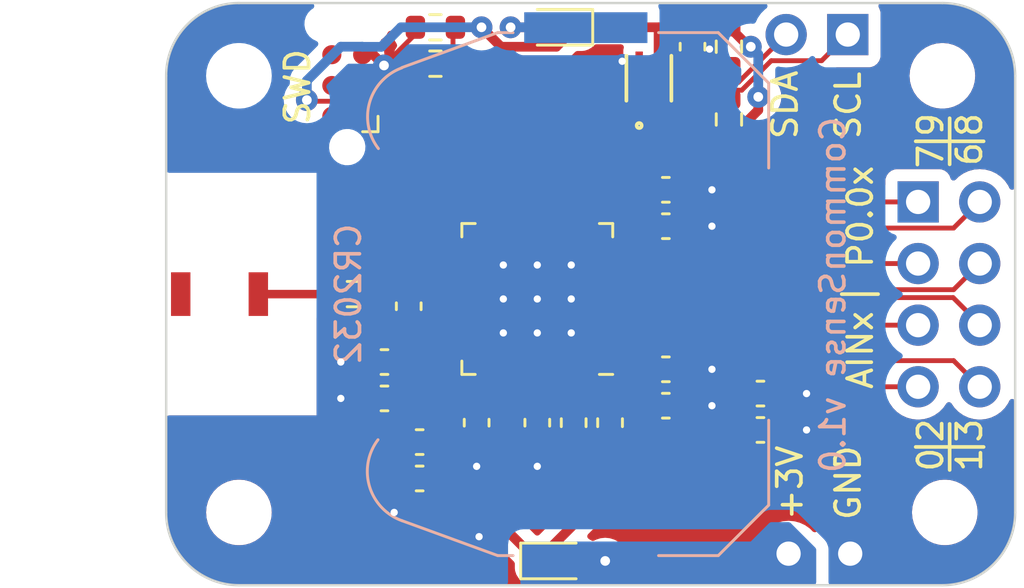
<source format=kicad_pcb>
(kicad_pcb (version 20221018) (generator pcbnew)
  (layers (0 "F.Cu" signal) (31 "B.Cu" signal) (34 "B.Paste" user) (35 "F.Paste" user) (36 "B.SilkS" user "B.Silkscreen") (37 "F.SilkS" user "F.Silkscreen") (38 "B.Mask" user) (39 "F.Mask" user) (44 "Edge.Cuts" user))
  (net 0 "")
  (net 1 "/RF")
  (net 2 "GND")
  (net 3 "/XL1")
  (net 4 "/XL2")
  (net 5 "/DEC1")
  (net 6 "/DEC4")
  (net 7 "/DEC3")
  (net 8 "/DEC2")
  (net 9 "/XC1")
  (net 10 "/XC2")
  (net 11 "/ANT")
  (net 12 "/LED_RES")
  (net 13 "/STATUS_LED")
  (net 14 "/P0.09")
  (net 15 "/P0.08")
  (net 16 "/P0.07")
  (net 17 "/P0.06")
  (net 18 "/AIN3")
  (net 19 "/AIN2")
  (net 20 "/AIN1")
  (net 21 "/AIN0")
  (net 32 "/SWDCLK")
  (net 33 "/SWDIO")
  (net 43 "/SDA")
  (net 44 "/SCL")
  (net 46 "/NRESET")
  (net 47 "/DCC")
  (net 48 "/L_MID")
  (net 49 "+BATT")
  (net 50 "+3V0")
  (footprint "Diode_SMD:D_0603_1608Metric" (layer "F.Cu") (at 152.1 57 180)
    (fp_text reference "D3" hide)
    (fp_text value "CDBU0130L-HF " hide)
    (fp_line (start -1.485 -0.735) (end -1.485 0.735) (stroke (width 0.12)) (layer "F.SilkS"))
    (fp_line (start -1.485 0.735) (end 0.8 0.735) (stroke (width 0.12)) (layer "F.SilkS"))
    (fp_line (start 0.8 -0.735) (end -1.485 -0.735) (stroke (width 0.12)) (layer "F.SilkS"))
    (pad "1" smd roundrect (at -0.7875 0 180) (size 0.875 0.95) (layers "F.Cu" "F.Paste" "F.Mask") (net 50 "+3V0"))
    (pad "2" smd roundrect (at 0.7875 0 180) (size 0.875 0.95) (layers "F.Cu" "F.Paste" "F.Mask") (net 49 "+BATT"))
  )
  (footprint "Connector_PinHeader_2.54mm:PinHeader_1x02_P2.54mm_Vertical" (layer "F.Cu") (at 164.2 78.7 -90)
    (fp_text reference "J2" hide)
    (fp_text value "Conn_01x02" hide)
    (pad "1" thru_hole rect locked (at 0 0 270) (size 1.7 1.7) (drill 1) (layers "*.Cu" "*.Mask") (net 2 "GND"))
    (pad "2" thru_hole oval locked (at 0 2.54 270) (size 1.7 1.7) (drill 1) (layers "*.Cu" "*.Mask") (net 49 "+BATT"))
  )
  (footprint "Capacitor_SMD:C_0603_1608Metric" (layer "F.Cu") (at 156.6 63.7 180)
    (fp_text reference "C14" hide)
    (fp_text value "1u" hide)
    (fp_line (start -0.14058 -0.51) (end 0.14058 -0.51) (stroke (width 0.12)) (layer "F.SilkS"))
    (fp_line (start -0.14058 0.51) (end 0.14058 0.51) (stroke (width 0.12)) (layer "F.SilkS"))
    (pad "1" smd roundrect (at -0.775 0 180) (size 0.9 0.95) (layers "F.Cu" "F.Paste" "F.Mask") (net 2 "GND"))
    (pad "2" smd roundrect (at 0.775 0 180) (size 0.9 0.95) (layers "F.Cu" "F.Paste" "F.Mask") (net 50 "+3V0"))
  )
  (footprint "Capacitor_SMD:C_0603_1608Metric" (layer "F.Cu") (at 145 70.8 180)
    (fp_text reference "C9" hide)
    (fp_text value "N.C." hide)
    (fp_line (start -0.14058 -0.51) (end 0.14058 -0.51) (stroke (width 0.12)) (layer "F.SilkS"))
    (fp_line (start -0.14058 0.51) (end 0.14058 0.51) (stroke (width 0.12)) (layer "F.SilkS"))
    (pad "1" smd roundrect (at -0.775 0 180) (size 0.9 0.95) (layers "F.Cu" "F.Paste" "F.Mask") (net 8 "/DEC2"))
    (pad "2" smd roundrect (at 0.775 0 180) (size 0.9 0.95) (layers "F.Cu" "F.Paste" "F.Mask") (net 2 "GND"))
  )
  (footprint "Capacitor_SMD:C_0603_1608Metric" (layer "F.Cu") (at 156.6 71.1 180)
    (fp_text reference "C3" hide)
    (fp_text value "100n" hide)
    (fp_line (start -0.14058 -0.51) (end 0.14058 -0.51) (stroke (width 0.12)) (layer "F.SilkS"))
    (fp_line (start -0.14058 0.51) (end 0.14058 0.51) (stroke (width 0.12)) (layer "F.SilkS"))
    (pad "1" smd roundrect (at -0.775 0 180) (size 0.9 0.95) (layers "F.Cu" "F.Paste" "F.Mask") (net 2 "GND"))
    (pad "2" smd roundrect (at 0.775 0 180) (size 0.9 0.95) (layers "F.Cu" "F.Paste" "F.Mask") (net 5 "/DEC1"))
  )
  (footprint "Diode_SMD:D_0603_1608Metric" (layer "F.Cu") (at 152.1 79)
    (fp_text reference "D2" hide)
    (fp_text value "CDBU0130L-HF " hide)
    (fp_line (start -1.485 -0.735) (end -1.485 0.735) (stroke (width 0.12)) (layer "F.SilkS"))
    (fp_line (start -1.485 0.735) (end 0.8 0.735) (stroke (width 0.12)) (layer "F.SilkS"))
    (fp_line (start 0.8 -0.735) (end -1.485 -0.735) (stroke (width 0.12)) (layer "F.SilkS"))
    (pad "1" smd roundrect (at -0.7875 0) (size 0.875 0.95) (layers "F.Cu" "F.Paste" "F.Mask") (net 50 "+3V0"))
    (pad "2" smd roundrect (at 0.7875 0) (size 0.875 0.95) (layers "F.Cu" "F.Paste" "F.Mask") (net 49 "+BATT"))
  )
  (footprint "MountingHole:MountingHole_2.2mm_M2" (layer "F.Cu") (at 168.1 77)
    (fp_text reference "H4" hide)
    (fp_text value "MountingHole" hide)
    (pad "" np_thru_hole circle locked (at 0 0) (size 2.2 2.2) (drill 2.2) (layers "*.Cu" "*.Mask"))
  )
  (footprint "Inductor_SMD:L_0603_1608Metric" (layer "F.Cu") (at 154.3 73.3 90)
    (fp_text reference "L3" hide)
    (fp_text value "10uH" hide)
    (fp_line (start -0.162779 -0.51) (end 0.162779 -0.51) (stroke (width 0.12)) (layer "F.SilkS"))
    (fp_line (start -0.162779 0.51) (end 0.162779 0.51) (stroke (width 0.12)) (layer "F.SilkS"))
    (pad "1" smd roundrect (at -0.7875 0 90) (size 0.875 0.95) (layers "F.Cu" "F.Paste" "F.Mask") (net 48 "/L_MID"))
    (pad "2" smd roundrect (at 0.7875 0 90) (size 0.875 0.95) (layers "F.Cu" "F.Paste" "F.Mask") (net 47 "/DCC"))
  )
  (footprint "MountingHole:MountingHole_2.2mm_M2" (layer "F.Cu") (at 139 77)
    (fp_text reference "H1" hide)
    (fp_text value "MountingHole" hide)
    (pad "" np_thru_hole circle locked (at 0 0) (size 2.2 2.2) (drill 2.2) (layers "*.Cu" "*.Mask"))
  )
  (footprint "Connector_PinHeader_2.54mm:PinHeader_2x04_P2.54mm_Vertical" (layer "F.Cu") (at 167 64.2)
    (fp_text reference "J1" hide)
    (fp_text value "Conn_02x04_Counter_Clockwise" hide)
    (pad "1" thru_hole rect locked (at 0 0) (size 1.7 1.7) (drill 1) (layers "*.Cu" "*.Mask") (net 14 "/P0.09"))
    (pad "2" thru_hole oval locked (at 2.54 0) (size 1.7 1.7) (drill 1) (layers "*.Cu" "*.Mask") (net 15 "/P0.08"))
    (pad "3" thru_hole oval locked (at 0 2.54) (size 1.7 1.7) (drill 1) (layers "*.Cu" "*.Mask") (net 16 "/P0.07"))
    (pad "4" thru_hole oval locked (at 2.54 2.54) (size 1.7 1.7) (drill 1) (layers "*.Cu" "*.Mask") (net 17 "/P0.06"))
    (pad "5" thru_hole oval locked (at 0 5.08) (size 1.7 1.7) (drill 1) (layers "*.Cu" "*.Mask") (net 19 "/AIN2"))
    (pad "6" thru_hole oval locked (at 2.54 5.08) (size 1.7 1.7) (drill 1) (layers "*.Cu" "*.Mask") (net 18 "/AIN3"))
    (pad "7" thru_hole oval locked (at 0 7.62) (size 1.7 1.7) (drill 1) (layers "*.Cu" "*.Mask") (net 21 "/AIN0"))
    (pad "8" thru_hole oval locked (at 2.54 7.62) (size 1.7 1.7) (drill 1) (layers "*.Cu" "*.Mask") (net 20 "/AIN1"))
  )
  (footprint "encyclopedia_galactica:ECS-.327-12.5-12R-TR" (layer "F.Cu") (at 159.776228 75.227211 180)
    (fp_text reference "Y1" hide)
    (fp_text value " ECS-.327-12.5-12R-TR " hide)
    (pad "1" smd rect (at -0.7 0 180) (size 0.6 1.1) (layers "F.Cu" "F.Paste" "F.Mask") (net 4 "/XL2"))
    (pad "2" smd rect (at 0.7 0 180) (size 0.6 1.1) (layers "F.Cu" "F.Paste" "F.Mask") (net 3 "/XL1"))
  )
  (footprint "encyclopedia_galactica:2108838-1" (layer "F.Cu") (at 135.7 68)
    (fp_text reference "2108838-1" hide)
    (fp_text value "~" hide)
    (pad "1" smd rect (at 4.1 0) (size 0.8 1.8) (layers "F.Cu" "F.Paste" "F.Mask") (net 1 "/RF"))
    (pad "2" smd rect (at 0.9 0) (size 0.8 1.8) (layers "F.Cu" "F.Paste" "F.Mask"))
    (zone (net 0) (net_name "") (layers "*.Cu") (connect_pads (clearance 0)) (min_thickness 0.25)
      (keepout (tracks allowed) (vias not_allowed) (pads allowed) (copperpour not_allowed) (footprints not_allowed))
      (fill (thermal_gap 0.5) (thermal_bridge_width 0.5))
      (polygon (pts (xy 129.2 63) (xy 129.2 73) (xy 142.2 73) (xy 142.2 63)))
    )
  )
  (footprint "MountingHole:MountingHole_2.2mm_M2" (layer "F.Cu") (at 139 59)
    (fp_text reference "H2" hide)
    (fp_text value "MountingHole" hide)
    (pad "" np_thru_hole circle locked (at 0 0) (size 2.2 2.2) (drill 2.2) (layers "*.Cu" "*.Mask"))
  )
  (footprint "Connector_PinHeader_2.54mm:PinHeader_1x02_P2.54mm_Vertical" (layer "F.Cu") (at 164.1 57.3 -90)
    (fp_text reference "J3" hide)
    (fp_text value "Conn_01x02" hide)
    (pad "1" thru_hole rect locked (at 0 0 270) (size 1.7 1.7) (drill 1) (layers "*.Cu" "*.Mask") (net 44 "/SCL"))
    (pad "2" thru_hole oval locked (at 0 2.54 270) (size 1.7 1.7) (drill 1) (layers "*.Cu" "*.Mask") (net 43 "/SDA"))
  )
  (footprint "Resistor_SMD:R_0603_1608Metric" (layer "F.Cu") (at 147.1 57)
    (fp_text reference "D1" hide)
    (fp_text value "LED" hide)
    (fp_line (start -0.237258 -0.5225) (end 0.237258 -0.5225) (stroke (width 0.12)) (layer "F.SilkS"))
    (fp_line (start -0.237258 0.5225) (end 0.237258 0.5225) (stroke (width 0.12)) (layer "F.SilkS"))
    (pad "1" smd roundrect (at -0.825 0) (size 0.8 0.95) (layers "F.Cu" "F.Paste" "F.Mask") (net 2 "GND"))
    (pad "2" smd roundrect (at 0.825 0) (size 0.8 0.95) (layers "F.Cu" "F.Paste" "F.Mask") (net 12 "/LED_RES"))
  )
  (footprint "Package_DFN_QFN:QFN-48-1EP_6x6mm_P0.4mm_EP4.6x4.6mm" (layer "F.Cu") (at 151.3 68.2 180)
    (fp_text reference "U1" hide)
    (fp_text value "NRF52810-QFAA-R7" hide)
    (fp_line (start -3.11 3.11) (end -3.11 2.56) (stroke (width 0.12)) (layer "F.SilkS"))
    (fp_line (start -2.56 -3.11) (end -3.11 -3.11) (stroke (width 0.12)) (layer "F.SilkS"))
    (fp_line (start -2.56 3.11) (end -3.11 3.11) (stroke (width 0.12)) (layer "F.SilkS"))
    (fp_line (start 2.56 -3.11) (end 3.11 -3.11) (stroke (width 0.12)) (layer "F.SilkS"))
    (fp_line (start 2.56 3.11) (end 3.11 3.11) (stroke (width 0.12)) (layer "F.SilkS"))
    (fp_line (start 3.11 -3.11) (end 3.11 -2.56) (stroke (width 0.12)) (layer "F.SilkS"))
    (fp_line (start 3.11 3.11) (end 3.11 2.56) (stroke (width 0.12)) (layer "F.SilkS"))
    (pad "1" smd roundrect (at -2.95 -2.2 180) (size 0.8 0.2) (layers "F.Cu" "F.Paste" "F.Mask") (net 5 "/DEC1"))
    (pad "2" smd roundrect (at -2.95 -1.8 180) (size 0.8 0.2) (layers "F.Cu" "F.Paste" "F.Mask") (net 3 "/XL1"))
    (pad "3" smd roundrect (at -2.95 -1.4 180) (size 0.8 0.2) (layers "F.Cu" "F.Paste" "F.Mask") (net 4 "/XL2"))
    (pad "4" smd roundrect (at -2.95 -1 180) (size 0.8 0.2) (layers "F.Cu" "F.Paste" "F.Mask") (net 21 "/AIN0"))
    (pad "5" smd roundrect (at -2.95 -0.6 180) (size 0.8 0.2) (layers "F.Cu" "F.Paste" "F.Mask") (net 20 "/AIN1"))
    (pad "6" smd roundrect (at -2.95 -0.2 180) (size 0.8 0.2) (layers "F.Cu" "F.Paste" "F.Mask") (net 19 "/AIN2"))
    (pad "7" smd roundrect (at -2.95 0.2 180) (size 0.8 0.2) (layers "F.Cu" "F.Paste" "F.Mask") (net 18 "/AIN3"))
    (pad "8" smd roundrect (at -2.95 0.6 180) (size 0.8 0.2) (layers "F.Cu" "F.Paste" "F.Mask") (net 17 "/P0.06"))
    (pad "9" smd roundrect (at -2.95 1 180) (size 0.8 0.2) (layers "F.Cu" "F.Paste" "F.Mask") (net 16 "/P0.07"))
    (pad "10" smd roundrect (at -2.95 1.4 180) (size 0.8 0.2) (layers "F.Cu" "F.Paste" "F.Mask") (net 15 "/P0.08"))
    (pad "11" smd roundrect (at -2.95 1.8 180) (size 0.8 0.2) (layers "F.Cu" "F.Paste" "F.Mask") (net 14 "/P0.09"))
    (pad "12" smd roundrect (at -2.95 2.2 180) (size 0.8 0.2) (layers "F.Cu" "F.Paste" "F.Mask"))
    (pad "13" smd roundrect (at -2.2 2.95 180) (size 0.2 0.8) (layers "F.Cu" "F.Paste" "F.Mask") (net 50 "+3V0"))
    (pad "14" smd roundrect (at -1.8 2.95 180) (size 0.2 0.8) (layers "F.Cu" "F.Paste" "F.Mask"))
    (pad "15" smd roundrect (at -1.4 2.95 180) (size 0.2 0.8) (layers "F.Cu" "F.Paste" "F.Mask"))
    (pad "16" smd roundrect (at -1 2.95 180) (size 0.2 0.8) (layers "F.Cu" "F.Paste" "F.Mask") (net 44 "/SCL"))
    (pad "17" smd roundrect (at -0.6 2.95 180) (size 0.2 0.8) (layers "F.Cu" "F.Paste" "F.Mask") (net 43 "/SDA"))
    (pad "18" smd roundrect (at -0.2 2.95 180) (size 0.2 0.8) (layers "F.Cu" "F.Paste" "F.Mask"))
    (pad "19" smd roundrect (at 0.2 2.95 180) (size 0.2 0.8) (layers "F.Cu" "F.Paste" "F.Mask"))
    (pad "20" smd roundrect (at 0.6 2.95 180) (size 0.2 0.8) (layers "F.Cu" "F.Paste" "F.Mask"))
    (pad "21" smd roundrect (at 1 2.95 180) (size 0.2 0.8) (layers "F.Cu" "F.Paste" "F.Mask"))
    (pad "22" smd roundrect (at 1.4 2.95 180) (size 0.2 0.8) (layers "F.Cu" "F.Paste" "F.Mask"))
    (pad "23" smd roundrect (at 1.8 2.95 180) (size 0.2 0.8) (layers "F.Cu" "F.Paste" "F.Mask") (net 13 "/STATUS_LED"))
    (pad "24" smd roundrect (at 2.2 2.95 180) (size 0.2 0.8) (layers "F.Cu" "F.Paste" "F.Mask") (net 46 "/NRESET"))
    (pad "25" smd roundrect (at 2.95 2.2 180) (size 0.8 0.2) (layers "F.Cu" "F.Paste" "F.Mask") (net 32 "/SWDCLK"))
    (pad "26" smd roundrect (at 2.95 1.8 180) (size 0.8 0.2) (layers "F.Cu" "F.Paste" "F.Mask") (net 33 "/SWDIO"))
    (pad "27" smd roundrect (at 2.95 1.4 180) (size 0.8 0.2) (layers "F.Cu" "F.Paste" "F.Mask"))
    (pad "28" smd roundrect (at 2.95 1 180) (size 0.8 0.2) (layers "F.Cu" "F.Paste" "F.Mask"))
    (pad "29" smd roundrect (at 2.95 0.6 180) (size 0.8 0.2) (layers "F.Cu" "F.Paste" "F.Mask"))
    (pad "30" smd roundrect (at 2.95 0.2 180) (size 0.8 0.2) (layers "F.Cu" "F.Paste" "F.Mask") (net 11 "/ANT"))
    (pad "31" smd roundrect (at 2.95 -0.2 180) (size 0.8 0.2) (layers "F.Cu" "F.Paste" "F.Mask") (net 2 "GND"))
    (pad "32" smd roundrect (at 2.95 -0.6 180) (size 0.8 0.2) (layers "F.Cu" "F.Paste" "F.Mask") (net 8 "/DEC2"))
    (pad "33" smd roundrect (at 2.95 -1 180) (size 0.8 0.2) (layers "F.Cu" "F.Paste" "F.Mask") (net 7 "/DEC3"))
    (pad "34" smd roundrect (at 2.95 -1.4 180) (size 0.8 0.2) (layers "F.Cu" "F.Paste" "F.Mask") (net 10 "/XC2"))
    (pad "35" smd roundrect (at 2.95 -1.8 180) (size 0.8 0.2) (layers "F.Cu" "F.Paste" "F.Mask") (net 9 "/XC1"))
    (pad "36" smd roundrect (at 2.95 -2.2 180) (size 0.8 0.2) (layers "F.Cu" "F.Paste" "F.Mask") (net 50 "+3V0"))
    (pad "37" smd roundrect (at 2.2 -2.95 180) (size 0.2 0.8) (layers "F.Cu" "F.Paste" "F.Mask"))
    (pad "38" smd roundrect (at 1.8 -2.95 180) (size 0.2 0.8) (layers "F.Cu" "F.Paste" "F.Mask"))
    (pad "39" smd roundrect (at 1.4 -2.95 180) (size 0.2 0.8) (layers "F.Cu" "F.Paste" "F.Mask"))
    (pad "40" smd roundrect (at 1 -2.95 180) (size 0.2 0.8) (layers "F.Cu" "F.Paste" "F.Mask"))
    (pad "41" smd roundrect (at 0.6 -2.95 180) (size 0.2 0.8) (layers "F.Cu" "F.Paste" "F.Mask"))
    (pad "42" smd roundrect (at 0.2 -2.95 180) (size 0.2 0.8) (layers "F.Cu" "F.Paste" "F.Mask"))
    (pad "43" smd roundrect (at -0.2 -2.95 180) (size 0.2 0.8) (layers "F.Cu" "F.Paste" "F.Mask"))
    (pad "44" smd roundrect (at -0.6 -2.95 180) (size 0.2 0.8) (layers "F.Cu" "F.Paste" "F.Mask"))
    (pad "45" smd roundrect (at -1 -2.95 180) (size 0.2 0.8) (layers "F.Cu" "F.Paste" "F.Mask") (net 2 "GND"))
    (pad "46" smd roundrect (at -1.4 -2.95 180) (size 0.2 0.8) (layers "F.Cu" "F.Paste" "F.Mask") (net 6 "/DEC4"))
    (pad "47" smd roundrect (at -1.8 -2.95 180) (size 0.2 0.8) (layers "F.Cu" "F.Paste" "F.Mask") (net 47 "/DCC"))
    (pad "48" smd roundrect (at -2.2 -2.95 180) (size 0.2 0.8) (layers "F.Cu" "F.Paste" "F.Mask") (net 50 "+3V0"))
    (pad "49" smd rect (at 0 0 180) (size 4.6 4.6) (layers "F.Cu" "F.Mask") (net 2 "GND"))
  )
  (footprint "Capacitor_SMD:C_0603_1608Metric" (layer "F.Cu") (at 145 72.3 180)
    (fp_text reference "C8" hide)
    (fp_text value "100pF" hide)
    (fp_line (start -0.14058 -0.51) (end 0.14058 -0.51) (stroke (width 0.12)) (layer "F.SilkS"))
    (fp_line (start -0.14058 0.51) (end 0.14058 0.51) (stroke (width 0.12)) (layer "F.SilkS"))
    (pad "1" smd roundrect (at -0.775 0 180) (size 0.9 0.95) (layers "F.Cu" "F.Paste" "F.Mask") (net 7 "/DEC3"))
    (pad "2" smd roundrect (at 0.775 0 180) (size 0.9 0.95) (layers "F.Cu" "F.Paste" "F.Mask") (net 2 "GND"))
  )
  (footprint "Capacitor_SMD:C_0603_1608Metric" (layer "F.Cu") (at 156.6 72.6 180)
    (fp_text reference "C5" hide)
    (fp_text value "4u7" hide)
    (fp_line (start -0.14058 -0.51) (end 0.14058 -0.51) (stroke (width 0.12)) (layer "F.SilkS"))
    (fp_line (start -0.14058 0.51) (end 0.14058 0.51) (stroke (width 0.12)) (layer "F.SilkS"))
    (pad "1" smd roundrect (at -0.775 0 180) (size 0.9 0.95) (layers "F.Cu" "F.Paste" "F.Mask") (net 2 "GND"))
    (pad "2" smd roundrect (at 0.775 0 180) (size 0.9 0.95) (layers "F.Cu" "F.Paste" "F.Mask") (net 50 "+3V0"))
  )
  (footprint "Capacitor_SMD:C_0603_1608Metric" (layer "F.Cu") (at 146.45 74.1 180)
    (fp_text reference "C11" hide)
    (fp_text value "12pF" hide)
    (fp_line (start -0.14058 -0.51) (end 0.14058 -0.51) (stroke (width 0.12)) (layer "F.SilkS"))
    (fp_line (start -0.14058 0.51) (end 0.14058 0.51) (stroke (width 0.12)) (layer "F.SilkS"))
    (pad "1" smd roundrect (at -0.775 0 180) (size 0.9 0.95) (layers "F.Cu" "F.Paste" "F.Mask") (net 10 "/XC2"))
    (pad "2" smd roundrect (at 0.775 0 180) (size 0.9 0.95) (layers "F.Cu" "F.Paste" "F.Mask") (net 2 "GND"))
  )
  (footprint "Resistor_SMD:R_0603_1608Metric" (layer "F.Cu") (at 159.2 57.8 -90)
    (fp_text reference "R4" hide)
    (fp_text value "10k" hide)
    (fp_line (start -0.237258 -0.5225) (end 0.237258 -0.5225) (stroke (width 0.12)) (layer "F.SilkS"))
    (fp_line (start -0.237258 0.5225) (end 0.237258 0.5225) (stroke (width 0.12)) (layer "F.SilkS"))
    (pad "1" smd roundrect (at -0.825 0 270) (size 0.8 0.95) (layers "F.Cu" "F.Paste" "F.Mask") (net 50 "+3V0"))
    (pad "2" smd roundrect (at 0.825 0 270) (size 0.8 0.95) (layers "F.Cu" "F.Paste" "F.Mask") (net 43 "/SDA"))
  )
  (footprint "Connector:Tag-Connect_TC2030-IDC-NL_2x03_P1.27mm_Vertical" (layer "F.Cu") (at 143.465 59.4 90)
    (fp_text reference "J5" hide)
    (fp_text value "Conn_ARM_SWD_TagConnect_TC2030-NL" hide)
    (fp_line (start -1.905 1.27) (end -1.905 0.635) (stroke (width 0.12)) (layer "F.SilkS"))
    (fp_line (start -1.27 1.27) (end -1.905 1.27) (stroke (width 0.12)) (layer "F.SilkS"))
    (pad "" np_thru_hole circle (at -2.54 0 90) (size 0.9906 0.9906) (drill 0.9906) (layers "*.Cu" "*.Mask"))
    (pad "" np_thru_hole circle (at 2.54 -1.016 90) (size 0.9906 0.9906) (drill 0.9906) (layers "*.Cu" "*.Mask"))
    (pad "" np_thru_hole circle (at 2.54 1.016 90) (size 0.9906 0.9906) (drill 0.9906) (layers "*.Cu" "*.Mask"))
    (pad "1" connect circle (at -1.27 0.635 90) (size 0.7874 0.7874) (layers "F.Cu" "F.Mask") (net 50 "+3V0"))
    (pad "2" connect circle (at -1.27 -0.635 90) (size 0.7874 0.7874) (layers "F.Cu" "F.Mask") (net 33 "/SWDIO"))
    (pad "3" connect circle (at 0 0.635 90) (size 0.7874 0.7874) (layers "F.Cu" "F.Mask") (net 46 "/NRESET"))
    (pad "4" connect circle (at 0 -0.635 90) (size 0.7874 0.7874) (layers "F.Cu" "F.Mask") (net 32 "/SWDCLK"))
    (pad "5" connect circle (at 1.27 0.635 90) (size 0.7874 0.7874) (layers "F.Cu" "F.Mask") (net 2 "GND"))
    (pad "6" connect circle (at 1.27 -0.635 90) (size 0.7874 0.7874) (layers "F.Cu" "F.Mask"))
    (zone (net 0) (net_name "") (layer "F.Cu") (connect_pads (clearance 0)) (min_thickness 0.254)
      (keepout (tracks allowed) (vias not_allowed) (pads allowed) (copperpour not_allowed) (footprints not_allowed))
      (fill (thermal_gap 0.508) (thermal_bridge_width 0.508))
      (polygon (pts (xy 142.83 58.13) (xy 142.83 60.67) (xy 144.1 60.67) (xy 144.1 58.13)))
    )
  )
  (footprint "Resistor_SMD:R_0603_1608Metric" (layer "F.Cu") (at 147.1 58.5)
    (fp_text reference "R1" hide)
    (fp_text value "R" hide)
    (fp_line (start -0.237258 -0.5225) (end 0.237258 -0.5225) (stroke (width 0.12)) (layer "F.SilkS"))
    (fp_line (start -0.237258 0.5225) (end 0.237258 0.5225) (stroke (width 0.12)) (layer "F.SilkS"))
    (pad "1" smd roundrect (at -0.825 0) (size 0.8 0.95) (layers "F.Cu" "F.Paste" "F.Mask") (net 13 "/STATUS_LED"))
    (pad "2" smd roundrect (at 0.825 0) (size 0.8 0.95) (layers "F.Cu" "F.Paste" "F.Mask") (net 12 "/LED_RES"))
  )
  (footprint "MountingHole:MountingHole_2.2mm_M2" (layer "F.Cu") (at 168 59)
    (fp_text reference "H3" hide)
    (fp_text value "MountingHole" hide)
    (pad "" np_thru_hole circle locked (at 0 0) (size 2.2 2.2) (drill 2.2) (layers "*.Cu" "*.Mask"))
  )
  (footprint "Resistor_SMD:R_0603_1608Metric" (layer "F.Cu") (at 143.7 68 180)
    (fp_text reference "L1" hide)
    (fp_text value "3.9nH" hide)
    (fp_line (start -0.237258 -0.5225) (end 0.237258 -0.5225) (stroke (width 0.12)) (layer "F.SilkS"))
    (fp_line (start -0.237258 0.5225) (end 0.237258 0.5225) (stroke (width 0.12)) (layer "F.SilkS"))
    (pad "1" smd roundrect (at -0.825 0 180) (size 0.8 0.95) (layers "F.Cu" "F.Paste" "F.Mask") (net 11 "/ANT"))
    (pad "2" smd roundrect (at 0.825 0 180) (size 0.8 0.95) (layers "F.Cu" "F.Paste" "F.Mask") (net 1 "/RF"))
  )
  (footprint "Resistor_SMD:R_0603_1608Metric" (layer "F.Cu") (at 159.2 60.8 -90)
    (fp_text reference "R3" hide)
    (fp_text value "10k" hide)
    (fp_line (start -0.237258 -0.5225) (end 0.237258 -0.5225) (stroke (width 0.12)) (layer "F.SilkS"))
    (fp_line (start -0.237258 0.5225) (end 0.237258 0.5225) (stroke (width 0.12)) (layer "F.SilkS"))
    (pad "1" smd roundrect (at -0.825 0 270) (size 0.8 0.95) (layers "F.Cu" "F.Paste" "F.Mask") (net 44 "/SCL"))
    (pad "2" smd roundrect (at 0.825 0 270) (size 0.8 0.95) (layers "F.Cu" "F.Paste" "F.Mask") (net 50 "+3V0"))
  )
  (footprint "Capacitor_SMD:C_0603_1608Metric" (layer "F.Cu") (at 148.8 73.3 90)
    (fp_text reference "C7" hide)
    (fp_text value "100n" hide)
    (fp_line (start -0.14058 -0.51) (end 0.14058 -0.51) (stroke (width 0.12)) (layer "F.SilkS"))
    (fp_line (start -0.14058 0.51) (end 0.14058 0.51) (stroke (width 0.12)) (layer "F.SilkS"))
    (pad "1" smd roundrect (at -0.775 0 90) (size 0.9 0.95) (layers "F.Cu" "F.Paste" "F.Mask") (net 2 "GND"))
    (pad "2" smd roundrect (at 0.775 0 90) (size 0.9 0.95) (layers "F.Cu" "F.Paste" "F.Mask") (net 50 "+3V0"))
  )
  (footprint "Capacitor_SMD:C_0603_1608Metric" (layer "F.Cu") (at 157.7 57.8 -90)
    (fp_text reference "C13" hide)
    (fp_text value "100n" hide)
    (fp_line (start -0.14058 -0.51) (end 0.14058 -0.51) (stroke (width 0.12)) (layer "F.SilkS"))
    (fp_line (start -0.14058 0.51) (end 0.14058 0.51) (stroke (width 0.12)) (layer "F.SilkS"))
    (pad "1" smd roundrect (at -0.775 0 270) (size 0.9 0.95) (layers "F.Cu" "F.Paste" "F.Mask") (net 50 "+3V0"))
    (pad "2" smd roundrect (at 0.775 0 270) (size 0.9 0.95) (layers "F.Cu" "F.Paste" "F.Mask") (net 2 "GND"))
  )
  (footprint "Capacitor_SMD:C_0603_1608Metric" (layer "F.Cu") (at 160.5 73.6)
    (fp_text reference "C2" hide)
    (fp_text value "12pF" hide)
    (fp_line (start -0.14058 -0.51) (end 0.14058 -0.51) (stroke (width 0.12)) (layer "F.SilkS"))
    (fp_line (start -0.14058 0.51) (end 0.14058 0.51) (stroke (width 0.12)) (layer "F.SilkS"))
    (pad "1" smd roundrect (at -0.775 0) (size 0.9 0.95) (layers "F.Cu" "F.Paste" "F.Mask") (net 4 "/XL2"))
    (pad "2" smd roundrect (at 0.775 0) (size 0.9 0.95) (layers "F.Cu" "F.Paste" "F.Mask") (net 2 "GND"))
  )
  (footprint "Capacitor_SMD:C_0603_1608Metric" (layer "F.Cu") (at 156.6 65.2 180)
    (fp_text reference "C4" hide)
    (fp_text value "100n" hide)
    (fp_line (start -0.14058 -0.51) (end 0.14058 -0.51) (stroke (width 0.12)) (layer "F.SilkS"))
    (fp_line (start -0.14058 0.51) (end 0.14058 0.51) (stroke (width 0.12)) (layer "F.SilkS"))
    (pad "1" smd roundrect (at -0.775 0 180) (size 0.9 0.95) (layers "F.Cu" "F.Paste" "F.Mask") (net 2 "GND"))
    (pad "2" smd roundrect (at 0.775 0 180) (size 0.9 0.95) (layers "F.Cu" "F.Paste" "F.Mask") (net 50 "+3V0"))
  )
  (footprint "encyclopedia_galactica:DFN4_SHT41_SEN" (layer "F.Cu") (at 155.9 59.1 90)
    (fp_text reference "U2" hide)
    (fp_text value "SHT41-AD1B-R2" hide)
    (fp_line (start -0.9271 0.9271) (end 0.9271 0.9271) (stroke (width 0.1524)) (layer "F.SilkS"))
    (fp_line (start 0.9271 -0.9271) (end -0.9271 -0.9271) (stroke (width 0.1524)) (layer "F.SilkS"))
    (fp_circle (center -1.950999 -0.40005) (end -1.849399 -0.40005) (stroke (width 0.1524)) (fill none) (layer "F.SilkS"))
    (pad "1" smd rect (at -0.7469 -0.40005 90) (size 0.706399 0.3056) (layers "F.Cu" "F.Paste" "F.Mask") (net 43 "/SDA"))
    (pad "2" smd rect (at -0.7469 0.40005 90) (size 0.706399 0.3056) (layers "F.Cu" "F.Paste" "F.Mask") (net 44 "/SCL"))
    (pad "3" smd rect (at 0.7469 0.40005 90) (size 0.706399 0.3056) (layers "F.Cu" "F.Paste" "F.Mask") (net 50 "+3V0"))
    (pad "4" smd rect (at 0.7469 -0.40005 90) (size 0.706399 0.3056) (layers "F.Cu" "F.Paste" "F.Mask") (net 2 "GND"))
  )
  (footprint "Capacitor_SMD:C_0603_1608Metric" (layer "F.Cu") (at 160.5 72.1)
    (fp_text reference "C1" hide)
    (fp_text value "12pF" hide)
    (fp_line (start -0.14058 -0.51) (end 0.14058 -0.51) (stroke (width 0.12)) (layer "F.SilkS"))
    (fp_line (start -0.14058 0.51) (end 0.14058 0.51) (stroke (width 0.12)) (layer "F.SilkS"))
    (pad "1" smd roundrect (at -0.775 0) (size 0.9 0.95) (layers "F.Cu" "F.Paste" "F.Mask") (net 3 "/XL1"))
    (pad "2" smd roundrect (at 0.775 0) (size 0.9 0.95) (layers "F.Cu" "F.Paste" "F.Mask") (net 2 "GND"))
  )
  (footprint "Inductor_SMD:L_0603_1608Metric" (layer "F.Cu") (at 152.8 73.3 -90)
    (fp_text reference "L2" hide)
    (fp_text value "15nH" hide)
    (fp_line (start -0.162779 -0.51) (end 0.162779 -0.51) (stroke (width 0.12)) (layer "F.SilkS"))
    (fp_line (start -0.162779 0.51) (end 0.162779 0.51) (stroke (width 0.12)) (layer "F.SilkS"))
    (pad "1" smd roundrect (at -0.7875 0 270) (size 0.875 0.95) (layers "F.Cu" "F.Paste" "F.Mask") (net 6 "/DEC4"))
    (pad "2" smd roundrect (at 0.7875 0 270) (size 0.875 0.95) (layers "F.Cu" "F.Paste" "F.Mask") (net 48 "/L_MID"))
  )
  (footprint "encyclopedia_galactica:ABM11W-30.0000MHZ-7-D1X-T3" (layer "F.Cu") (at 147.1625 77.5)
    (fp_text reference "Y2" hide)
    (fp_text value "ABM11W-32.0000MHZ-7-D1X-T3 " hide)
    (pad "1" smd rect (at -0.637 -0.487 90) (size 0.775 0.875) (layers "F.Cu" "F.Paste" "F.Mask") (net 2 "GND"))
    (pad "2" smd rect (at 0.637 -0.487 90) (size 0.775 0.875) (layers "F.Cu" "F.Paste" "F.Mask") (net 9 "/XC1"))
    (pad "3" smd rect (at -0.637 0.487 90) (size 0.775 0.875) (layers "F.Cu" "F.Paste" "F.Mask") (net 10 "/XC2"))
    (pad "4" smd rect (at 0.637 0.487 90) (size 0.775 0.875) (layers "F.Cu" "F.Paste" "F.Mask") (net 2 "GND"))
  )
  (footprint "Capacitor_SMD:C_0603_1608Metric" (layer "F.Cu") (at 146 68.5 90)
    (fp_text reference "C12" hide)
    (fp_text value "0.8pF" hide)
    (fp_line (start -0.14058 -0.51) (end 0.14058 -0.51) (stroke (width 0.12)) (layer "F.SilkS"))
    (fp_line (start -0.14058 0.51) (end 0.14058 0.51) (stroke (width 0.12)) (layer "F.SilkS"))
    (pad "1" smd roundrect (at -0.775 0 90) (size 0.9 0.95) (layers "F.Cu" "F.Paste" "F.Mask") (net 2 "GND"))
    (pad "2" smd roundrect (at 0.775 0 90) (size 0.9 0.95) (layers "F.Cu" "F.Paste" "F.Mask") (net 11 "/ANT"))
  )
  (footprint "Capacitor_SMD:C_0603_1608Metric" (layer "F.Cu") (at 151.3 73.3 -90)
    (fp_text reference "C6" hide)
    (fp_text value "1u" hide)
    (fp_line (start -0.14058 -0.51) (end 0.14058 -0.51) (stroke (width 0.12)) (layer "F.SilkS"))
    (fp_line (start -0.14058 0.51) (end 0.14058 0.51) (stroke (width 0.12)) (layer "F.SilkS"))
    (pad "1" smd roundrect (at -0.775 0 270) (size 0.9 0.95) (layers "F.Cu" "F.Paste" "F.Mask") (net 6 "/DEC4"))
    (pad "2" smd roundrect (at 0.775 0 270) (size 0.9 0.95) (layers "F.Cu" "F.Paste" "F.Mask") (net 2 "GND"))
  )
  (footprint "Capacitor_SMD:C_0603_1608Metric" (layer "F.Cu") (at 146.45 75.6 180)
    (fp_text reference "C10" hide)
    (fp_text value "12pF" hide)
    (fp_line (start -0.14058 -0.51) (end 0.14058 -0.51) (stroke (width 0.12)) (layer "F.SilkS"))
    (fp_line (start -0.14058 0.51) (end 0.14058 0.51) (stroke (width 0.12)) (layer "F.SilkS"))
    (pad "1" smd roundrect (at -0.775 0 180) (size 0.9 0.95) (layers "F.Cu" "F.Paste" "F.Mask") (net 9 "/XC1"))
    (pad "2" smd roundrect (at 0.775 0 180) (size 0.9 0.95) (layers "F.Cu" "F.Paste" "F.Mask") (net 2 "GND"))
  )
  (footprint "Battery:BatteryHolder_Keystone_3034_1x20mm" (layer "B.Cu") (at 153.3 68 90)
    (fp_text reference "BT1" hide)
    (fp_text value "Battery_Cell" hide)
    (fp_line (start -10.78 -3.63) (end -9.34 -7.58) (stroke (width 0.12)) (layer "B.SilkS"))
    (fp_line (start -10.78 -3) (end -10.78 -3.63) (stroke (width 0.12)) (layer "B.SilkS"))
    (fp_line (start -10.78 5.46) (end -10.78 3) (stroke (width 0.12)) (layer "B.SilkS"))
    (fp_line (start -8.7 7.54) (end -10.78 5.46) (stroke (width 0.12)) (layer "B.SilkS"))
    (fp_line (start -5.2 7.54) (end -8.7 7.54) (stroke (width 0.12)) (layer "B.SilkS"))
    (fp_line (start 8.7 7.54) (end 5.2 7.54) (stroke (width 0.12)) (layer "B.SilkS"))
    (fp_line (start 8.7 7.54) (end 10.78 5.46) (stroke (width 0.12)) (layer "B.SilkS"))
    (fp_line (start 10.78 -3.63) (end 9.34 -7.58) (stroke (width 0.12)) (layer "B.SilkS"))
    (fp_line (start 10.78 -3) (end 10.78 -3.63) (stroke (width 0.12)) (layer "B.SilkS"))
    (fp_line (start 10.78 5.46) (end 10.78 3) (stroke (width 0.12)) (layer "B.SilkS"))
    (fp_arc (start -9.34 -7.58) (mid -7.921654 -8.918738) (end -6.003354 -8.56653) (stroke (width 0.12)) (layer "B.SilkS"))
    (fp_arc (start 6 -8.55) (mid 7.90634 -8.911669) (end 9.325243 -7.588169) (stroke (width 0.12)) (layer "B.SilkS"))
    (pad "1" smd rect (at -10.985 0 90) (size 1.27 5.08) (layers "B.Cu" "B.Paste" "B.Mask") (net 49 "+BATT"))
    (pad "1" smd rect (at 10.985 0 90) (size 1.27 5.08) (layers "B.Cu" "B.Paste" "B.Mask") (net 49 "+BATT"))
    (pad "2" smd circle (at 0 0 90) (size 17.8 17.8) (layers "B.Cu" "B.Mask") (net 2 "GND"))
  )
  (gr_line (start 168.3 75.25) (end 168.3 73.35) (stroke (width 0.15)) (layer "F.SilkS"))
  (gr_line (start 165.35 68) (end 163.85 68) (stroke (width 0.15)) (layer "F.SilkS"))
  (gr_line (start 168.3 62.65) (end 168.3 60.75) (stroke (width 0.15)) (layer "F.SilkS"))
  (gr_line (start 166.9 74.3) (end 169.7 74.3) (stroke (width 0.15)) (layer "F.SilkS"))
  (gr_line (start 166.9 61.7) (end 169.7 61.7) (stroke (width 0.15)) (layer "F.SilkS"))
  (gr_line locked (start 168.000001 80.000001) (end 139 80) (stroke (width 0.1)) (layer "Edge.Cuts"))
  (gr_line locked (start 171 59) (end 171 77) (stroke (width 0.1)) (layer "Edge.Cuts"))
  (gr_arc locked (start 138.999999 80.000001) (mid 136.878679 79.121321) (end 135.999999 77.000001) (stroke (width 0.1)) (layer "Edge.Cuts"))
  (gr_arc locked (start 168 56) (mid 170.12132 56.87868) (end 171 59) (stroke (width 0.1)) (layer "Edge.Cuts"))
  (gr_arc locked (start 135.999999 58.999999) (mid 136.878679 56.878679) (end 138.999999 55.999999) (stroke (width 0.1)) (layer "Edge.Cuts"))
  (gr_line locked (start 139 56) (end 168 56) (stroke (width 0.1)) (layer "Edge.Cuts"))
  (gr_arc locked (start 171.000001 77.000001) (mid 170.121321 79.121321) (end 168.000001 80.000001) (stroke (width 0.1)) (layer "Edge.Cuts"))
  (gr_line locked (start 136 77) (end 136 59) (stroke (width 0.1)) (layer "Edge.Cuts"))
  (gr_text "CommonSense v1.0" (at 162.9 60.6 90) (layer "B.SilkS") (effects (font (size 1 1)) (justify left top mirror)))
  (gr_text "CR2032" (at 144.1 65 90) (layer "B.SilkS") (effects (font (size 1 1)) (justify left bottom mirror)))
  (gr_text "7" (at 168.1 62.9 90) (layer "F.SilkS") (effects (font (size 1 1)) (justify left bottom)))
  (gr_text "SCL" (at 164.7 61.7 90) (layer "F.SilkS") (effects (font (size 1 1)) (justify left bottom)))
  (gr_text "SDA" (at 162.1 61.7 90) (layer "F.SilkS") (effects (font (size 1 1)) (justify left bottom)))
  (gr_text "P0.0x" (at 165.2 67 90) (layer "F.SilkS") (effects (font (size 1 1)) (justify left bottom)))
  (gr_text "+3V" (at 162.3 77.4 90) (layer "F.SilkS") (effects (font (size 1 1)) (justify left bottom)))
  (gr_text "6" (at 169.7 62.8 90) (layer "F.SilkS") (effects (font (size 1 1)) (justify left bottom)))
  (gr_text "SWD" (at 142 61.1 90) (layer "F.SilkS") (effects (font (size 1 1)) (justify left bottom)))
  (gr_text "GND" (at 164.7 77.4 90) (layer "F.SilkS") (effects (font (size 1 1)) (justify left bottom)))
  (gr_text "0" (at 168.1 75.4 90) (layer "F.SilkS") (effects (font (size 1 1)) (justify left bottom)))
  (gr_text "AINx" (at 165.2 72 90) (layer "F.SilkS") (effects (font (size 1 1)) (justify left bottom)))
  (gr_text "3" (at 169.7 74.2 90) (layer "F.SilkS") (effects (font (size 1 1)) (justify left bottom)))
  (gr_text "9" (at 168.1 61.6 90) (layer "F.SilkS") (effects (font (size 1 1)) (justify left bottom)))
  (gr_text "2" (at 168.1 74.2 90) (layer "F.SilkS") (effects (font (size 1 1)) (justify left bottom)))
  (gr_text "8" (at 169.7 61.6 90) (layer "F.SilkS") (effects (font (size 1 1)) (justify left bottom)))
  (gr_text "1" (at 169.7 75.4 90) (layer "F.SilkS") (effects (font (size 1 1)) (justify left bottom)))
  (segment (start 142.875 68) (end 139.8 68) (width 0.35) (layer "F.Cu") (net 1))
  (segment (start 144.980937 58.5742) (end 144.536737 58.13) (width 0.4) (layer "F.Cu") (net 2))
  (segment (start 144.536737 58.13) (end 144.1 58.13) (width 0.4) (layer "F.Cu") (net 2))
  (segment (start 154.8 58.4) (end 155.45305 58.4) (width 0.4) (layer "F.Cu") (net 2))
  (segment (start 155.45305 58.4) (end 155.49995 58.3531) (width 0.4) (layer "F.Cu") (net 2))
  (segment (start 148.887 77.987) (end 148.9 78) (width 0.4) (layer "F.Cu") (net 2))
  (segment (start 149.7 68.4) (end 149.9 68.2) (width 0.2) (layer "F.Cu") (net 2))
  (segment (start 152.3 69.2) (end 151.3 68.2) (width 0.2) (layer "F.Cu") (net 2))
  (segment (start 161.275 73.6) (end 162.4 73.6) (width 0.4) (layer "F.Cu") (net 2))
  (segment (start 157.375 63.7) (end 158.5 63.7) (width 0.4) (layer "F.Cu") (net 2))
  (segment (start 157.725 58.575) (end 158.4 57.9) (width 0.4) (layer "F.Cu") (net 2))
  (segment (start 145.413 77.013) (end 145.4 77) (width 0.4) (layer "F.Cu") (net 2))
  (segment (start 143.2 70.8) (end 144.225 70.8) (width 0.4) (layer "F.Cu") (net 2))
  (segment (start 157.7 58.575) (end 157.725 58.575) (width 0.4) (layer "F.Cu") (net 2))
  (segment (start 144.225 72.3) (end 143.2 72.3) (width 0.4) (layer "F.Cu") (net 2))
  (segment (start 157.375 72.6) (end 158.5 72.6) (width 0.4) (layer "F.Cu") (net 2))
  (segment (start 152.3 71.15) (end 152.3 69.2) (width 0.2) (layer "F.Cu") (net 2))
  (segment (start 158.5 71.1) (end 157.375 71.1) (width 0.4) (layer "F.Cu") (net 2))
  (segment (start 148.312495 68.437505) (end 146.837495 68.437505) (width 0.25) (layer "F.Cu") (net 2))
  (segment (start 146.837495 68.437505) (end 146 69.275) (width 0.25) (layer "F.Cu") (net 2))
  (segment (start 148.8 74.075) (end 148.8 75.1) (width 0.4) (layer "F.Cu") (net 2))
  (segment (start 148.35 68.4) (end 149.7 68.4) (width 0.2) (layer "F.Cu") (net 2))
  (segment (start 161.275 72.1) (end 162.4 72.1) (width 0.4) (layer "F.Cu") (net 2))
  (segment (start 151.3 74.075) (end 151.3 75.1) (width 0.4) (layer "F.Cu") (net 2))
  (segment (start 146.175 57) (end 146.175 57.380137) (width 0.2) (layer "F.Cu") (net 2))
  (segment (start 146.5255 77.013) (end 145.413 77.013) (width 0.4) (layer "F.Cu") (net 2))
  (segment (start 147.7995 77.987) (end 148.887 77.987) (width 0.4) (layer "F.Cu") (net 2))
  (segment (start 157.375 65.2) (end 158.5 65.2) (width 0.4) (layer "F.Cu") (net 2))
  (segment (start 146.175 57.380137) (end 144.980937 58.5742) (width 0.2) (layer "F.Cu") (net 2))
  (via (at 151.3 69.6) (size 0.6) (drill 0.3) (layers "F.Cu" "B.Cu") (net 2))
  (via (at 158.5 71.1) (size 0.6) (drill 0.3) (layers "F.Cu" "B.Cu") (net 2))
  (via (at 144.980937 58.5742) (size 0.9) (drill 0.4) (layers "F.Cu" "B.Cu") (net 2))
  (via (at 158.5 63.7) (size 0.6) (drill 0.3) (layers "F.Cu" "B.Cu") (net 2))
  (via (at 148.9 78) (size 0.6) (drill 0.3) (layers "F.Cu" "B.Cu") (net 2))
  (via (at 149.9 68.2) (size 0.6) (drill 0.3) (layers "F.Cu" "B.Cu") (net 2))
  (via (at 154.8 58.4) (size 0.6) (drill 0.3) (layers "F.Cu" "B.Cu") (net 2))
  (via (at 149.9 66.8) (size 0.6) (drill 0.3) (layers "F.Cu" "B.Cu") (net 2))
  (via (at 149.9 69.6) (size 0.6) (drill 0.3) (layers "F.Cu" "B.Cu") (net 2))
  (via (at 162.4 72.1) (size 0.6) (drill 0.3) (layers "F.Cu" "B.Cu") (net 2))
  (via (at 158.5 72.6) (size 0.6) (drill 0.3) (layers "F.Cu" "B.Cu") (net 2))
  (via (at 151.3 75.1) (size 0.6) (drill 0.3) (layers "F.Cu" "B.Cu") (net 2))
  (via (at 152.7 68.2) (size 0.6) (drill 0.3) (layers "F.Cu" "B.Cu") (net 2))
  (via (at 151.3 68.2) (size 0.6) (drill 0.3) (layers "F.Cu" "B.Cu") (net 2))
  (via (at 162.4 73.6) (size 0.6) (drill 0.3) (layers "F.Cu" "B.Cu") (net 2))
  (via (at 158.5 65.2) (size 0.6) (drill 0.3) (layers "F.Cu" "B.Cu") (net 2))
  (via (at 145.4 77) (size 0.6) (drill 0.3) (layers "F.Cu" "B.Cu") (net 2))
  (via (at 143.2 72.3) (size 0.6) (drill 0.3) (layers "F.Cu" "B.Cu") (net 2))
  (via (at 151.3 66.8) (size 0.6) (drill 0.3) (layers "F.Cu" "B.Cu") (net 2))
  (via (at 148.8 75.1) (size 0.6) (drill 0.3) (layers "F.Cu" "B.Cu") (net 2))
  (via (at 143.2 70.8) (size 0.6) (drill 0.3) (layers "F.Cu" "B.Cu") (net 2))
  (via (at 158.4 57.9) (size 0.6) (drill 0.3) (layers "F.Cu" "B.Cu") (net 2))
  (via (at 152.7 66.8) (size 0.6) (drill 0.3) (layers "F.Cu" "B.Cu") (net 2))
  (via (at 152.7 69.6) (size 0.6) (drill 0.3) (layers "F.Cu" "B.Cu") (net 2))
  (segment (start 164 78.7) (end 153.3 68) (width 0.4) (layer "B.Cu") (net 2))
  (segment (start 164.2 78.7) (end 164 78.7) (width 0.4) (layer "B.Cu") (net 2))
  (segment (start 159.048 75.198983) (end 159.048 72.1) (width 0.2) (layer "F.Cu") (net 3))
  (segment (start 159.725 72.1) (end 159.048 72.1) (width 0.2) (layer "F.Cu") (net 3))
  (segment (start 158.2 70) (end 154.25 70) (width 0.2) (layer "F.Cu") (net 3))
  (segment (start 159.076228 75.227211) (end 159.048 75.198983) (width 0.2) (layer "F.Cu") (net 3))
  (segment (start 159.048 70.848) (end 158.2 70) (width 0.2) (layer "F.Cu") (net 3))
  (segment (start 159.048 72.1) (end 159.048 70.848) (width 0.2) (layer "F.Cu") (net 3))
  (segment (start 158.339225 69.6) (end 154.25 69.6) (width 0.2) (layer "F.Cu") (net 4))
  (segment (start 160.476228 75.227211) (end 160.476228 73.6) (width 0.2) (layer "F.Cu") (net 4))
  (segment (start 159.725 73.6) (end 160.476228 73.6) (width 0.2) (layer "F.Cu") (net 4))
  (segment (start 160.476228 73.6) (end 160.476228 71.737003) (width 0.2) (layer "F.Cu") (net 4))
  (segment (start 160.476228 71.737003) (end 158.339225 69.6) (width 0.2) (layer "F.Cu") (net 4))
  (segment (start 154.25 70.4) (end 155.125 70.4) (width 0.2) (layer "F.Cu") (net 5))
  (segment (start 155.125 70.4) (end 155.825 71.1) (width 0.2) (layer "F.Cu") (net 5))
  (segment (start 152.7875 72.525) (end 152.8 72.5125) (width 0.4) (layer "F.Cu") (net 6))
  (segment (start 152.7 71.15) (end 152.7 72.4125) (width 0.2) (layer "F.Cu") (net 6))
  (segment (start 152.7 72.4125) (end 152.8 72.5125) (width 0.2) (layer "F.Cu") (net 6))
  (segment (start 151.3 72.525) (end 152.7875 72.525) (width 0.4) (layer "F.Cu") (net 6))
  (segment (start 145.775 72.3) (end 146.498 71.577) (width 0.2) (layer "F.Cu") (net 7))
  (segment (start 146.498 71.577) (end 146.498 70.535367) (width 0.2) (layer "F.Cu") (net 7))
  (segment (start 146.498 70.535367) (end 147.833367 69.2) (width 0.2) (layer "F.Cu") (net 7))
  (segment (start 147.833367 69.2) (end 148.35 69.2) (width 0.2) (layer "F.Cu") (net 7))
  (segment (start 145.775 70.614225) (end 145.775 70.8) (width 0.2) (layer "F.Cu") (net 8))
  (segment (start 147.589225 68.8) (end 145.775 70.614225) (width 0.2) (layer "F.Cu") (net 8))
  (segment (start 148.35 68.8) (end 147.589225 68.8) (width 0.2) (layer "F.Cu") (net 8))
  (segment (start 147.4 73.160775) (end 147.4 70.558263) (width 0.2) (layer "F.Cu") (net 9))
  (segment (start 147.7995 77.013) (end 147.95 76.8625) (width 0.2) (layer "F.Cu") (net 9))
  (segment (start 147.4 70.558263) (end 147.958263 70) (width 0.2) (layer "F.Cu") (net 9))
  (segment (start 147.225 75.6) (end 147.95 75.6) (width 0.2) (layer "F.Cu") (net 9))
  (segment (start 147.958263 70) (end 148.35 70) (width 0.2) (layer "F.Cu") (net 9))
  (segment (start 147.95 75.6) (end 147.95 73.710775) (width 0.2) (layer "F.Cu") (net 9))
  (segment (start 147.95 73.710775) (end 147.4 73.160775) (width 0.2) (layer "F.Cu") (net 9))
  (segment (start 147.95 76.8625) (end 147.95 75.6) (width 0.2) (layer "F.Cu") (net 9))
  (segment (start 147.15 77.4635) (end 146.6265 77.987) (width 0.15) (layer "F.Cu") (net 10))
  (segment (start 147.895815 69.6) (end 148.35 69.6) (width 0.2) (layer "F.Cu") (net 10))
  (segment (start 146.548 73.652) (end 147.05 73.15) (width 0.2) (layer "F.Cu") (net 10))
  (segment (start 146.9514 76.440625) (end 146.548 76.037225) (width 0.2) (layer "F.Cu") (net 10))
  (segment (start 147.05 73.15) (end 147.05 70.445815) (width 0.2) (layer "F.Cu") (net 10))
  (segment (start 146.548 76.037225) (end 146.548 74.1) (width 0.2) (layer "F.Cu") (net 10))
  (segment (start 146.6265 77.987) (end 146.5255 77.987) (width 0.15) (layer "F.Cu") (net 10))
  (segment (start 147.05 70.445815) (end 147.895815 69.6) (width 0.2) (layer "F.Cu") (net 10))
  (segment (start 146.548 74.1) (end 146.548 73.652) (width 0.2) (layer "F.Cu") (net 10))
  (segment (start 146.959375 76.440625) (end 146.9514 76.440625) (width 0.2) (layer "F.Cu") (net 10))
  (segment (start 147.15 76.63125) (end 147.15 77.4635) (width 0.15) (layer "F.Cu") (net 10))
  (segment (start 146.959375 76.440625) (end 147.15 76.63125) (width 0.15) (layer "F.Cu") (net 10))
  (segment (start 147.225 74.1) (end 146.548 74.1) (width 0.2) (layer "F.Cu") (net 10))
  (segment (start 147.9 68) (end 144.525 68) (width 0.35) (layer "F.Cu") (net 11))
  (segment (start 148.35 68) (end 147.9 68) (width 0.2) (layer "F.Cu") (net 11))
  (segment (start 147.825 58.5) (end 147.825 57) (width 0.2) (layer "F.Cu") (net 12))
  (segment (start 146.175 59.975) (end 146.175 58.5) (width 0.2) (layer "F.Cu") (net 13))
  (segment (start 149.5 63.3) (end 146.175 59.975) (width 0.2) (layer "F.Cu") (net 13))
  (segment (start 149.5 65.25) (end 149.5 63.3) (width 0.2) (layer "F.Cu") (net 13))
  (segment (start 164.15 64.2) (end 167 64.2) (width 0.2) (layer "F.Cu") (net 14))
  (segment (start 154.25 66.4) (end 161.95 66.4) (width 0.2) (layer "F.Cu") (net 14))
  (segment (start 161.95 66.4) (end 164.15 64.2) (width 0.2) (layer "F.Cu") (net 14))
  (segment (start 164.523 65.277) (end 168.463 65.277) (width 0.2) (layer "F.Cu") (net 15))
  (segment (start 163 66.8) (end 164.523 65.277) (width 0.2) (layer "F.Cu") (net 15))
  (segment (start 154.25 66.8) (end 163 66.8) (width 0.2) (layer "F.Cu") (net 15))
  (segment (start 168.463 65.277) (end 169.54 64.2) (width 0.2) (layer "F.Cu") (net 15))
  (segment (start 164.06 66.74) (end 167 66.74) (width 0.2) (layer "F.Cu") (net 16))
  (segment (start 154.25 67.2) (end 163.6 67.2) (width 0.2) (layer "F.Cu") (net 16))
  (segment (start 163.6 67.2) (end 164.06 66.74) (width 0.2) (layer "F.Cu") (net 16))
  (segment (start 168.463 67.817) (end 169.54 66.74) (width 0.2) (layer "F.Cu") (net 17))
  (segment (start 164.807448 67.6) (end 165.024448 67.817) (width 0.2) (layer "F.Cu") (net 17))
  (segment (start 154.25 67.6) (end 164.807448 67.6) (width 0.2) (layer "F.Cu") (net 17))
  (segment (start 165.024448 67.817) (end 168.463 67.817) (width 0.2) (layer "F.Cu") (net 17))
  (segment (start 164.745 68) (end 164.889 68.144) (width 0.2) (layer "F.Cu") (net 18))
  (segment (start 154.25 68) (end 164.745 68) (width 0.2) (layer "F.Cu") (net 18))
  (segment (start 168.444 68.144) (end 169.54 69.24) (width 0.2) (layer "F.Cu") (net 18))
  (segment (start 164.889 68.144) (end 168.444 68.144) (width 0.2) (layer "F.Cu") (net 18))
  (segment (start 169.54 69.24) (end 169.54 69.28) (width 0.2) (layer "F.Cu") (net 18))
  (segment (start 164.501891 69.28) (end 167 69.28) (width 0.2) (layer "F.Cu") (net 19))
  (segment (start 154.25 68.4) (end 163.621891 68.4) (width 0.2) (layer "F.Cu") (net 19))
  (segment (start 163.621891 68.4) (end 164.501891 69.28) (width 0.2) (layer "F.Cu") (net 19))
  (segment (start 164.948 70.743) (end 168.463 70.743) (width 0.2) (layer "F.Cu") (net 20))
  (segment (start 163.005 68.8) (end 164.948 70.743) (width 0.2) (layer "F.Cu") (net 20))
  (segment (start 168.463 70.743) (end 169.54 71.82) (width 0.2) (layer "F.Cu") (net 20))
  (segment (start 154.25 68.8) (end 163.005 68.8) (width 0.2) (layer "F.Cu") (net 20))
  (segment (start 164.501891 71.82) (end 167 71.82) (width 0.2) (layer "F.Cu") (net 21))
  (segment (start 154.25 69.2) (end 161.881891 69.2) (width 0.2) (layer "F.Cu") (net 21))
  (segment (start 161.881891 69.2) (end 164.501891 71.82) (width 0.2) (layer "F.Cu") (net 21))
  (segment (start 143.8357 60.0207) (end 145.065991 60.0207) (width 0.2) (layer "F.Cu") (net 32))
  (segment (start 143.215 59.4) (end 143.8357 60.0207) (width 0.2) (layer "F.Cu") (net 32))
  (segment (start 148.35 63.304709) (end 148.35 66) (width 0.2) (layer "F.Cu") (net 32))
  (segment (start 142.83 59.4) (end 143.215 59.4) (width 0.2) (layer "F.Cu") (net 32))
  (segment (start 145.065991 60.0207) (end 148.35 63.304709) (width 0.2) (layer "F.Cu") (net 32))
  (segment (start 142.83 60.67) (end 142.436301 61.063699) (width 0.2) (layer "F.Cu") (net 33))
  (segment (start 142.436301 61.063699) (end 142.436301 62.136301) (width 0.2) (layer "F.Cu") (net 33))
  (segment (start 142.436301 62.136301) (end 146.7 66.4) (width 0.2) (layer "F.Cu") (net 33))
  (segment (start 146.7 66.4) (end 148.35 66.4) (width 0.2) (layer "F.Cu") (net 33))
  (segment (start 151.9 65.25) (end 151.9 63.822201) (width 0.2) (layer "F.Cu") (net 43))
  (segment (start 155.92025 59.266701) (end 159.2 59.266701) (width 0.2) (layer "F.Cu") (net 43))
  (segment (start 155.49995 59.8469) (end 155.49995 59.687001) (width 0.2) (layer "F.Cu") (net 43))
  (segment (start 159.593299 59.266701) (end 161.56 57.3) (width 0.2) (layer "F.Cu") (net 43))
  (segment (start 159.2 59.266701) (end 159.593299 59.266701) (width 0.2) (layer "F.Cu") (net 43))
  (segment (start 159.2 58.625) (end 159.2 59.266701) (width 0.2) (layer "F.Cu") (net 43))
  (segment (start 155.49995 60.222251) (end 155.49995 59.8469) (width 0.2) (layer "F.Cu") (net 43))
  (segment (start 151.9 63.822201) (end 155.49995 60.222251) (width 0.2) (layer "F.Cu") (net 43))
  (segment (start 155.49995 59.687001) (end 155.92025 59.266701) (width 0.2) (layer "F.Cu") (net 43))
  (segment (start 160.945448 58.377) (end 163.023 58.377) (width 0.2) (layer "F.Cu") (net 44))
  (segment (start 159.728747 59.593701) (end 160.945448 58.377) (width 0.2) (layer "F.Cu") (net 44))
  (segment (start 156.30005 60.006799) (end 156.30005 59.8469) (width 0.2) (layer "F.Cu") (net 44))
  (segment (start 156.30005 59.8469) (end 156.553249 59.593701) (width 0.2) (layer "F.Cu") (net 44))
  (segment (start 156.553249 59.593701) (end 159.728747 59.593701) (width 0.2) (layer "F.Cu") (net 44))
  (segment (start 152.3 64.006849) (end 156.30005 60.006799) (width 0.2) (layer "F.Cu") (net 44))
  (segment (start 163.023 58.377) (end 164.1 57.3) (width 0.2) (layer "F.Cu") (net 44))
  (segment (start 152.3 65.25) (end 152.3 64.006849) (width 0.2) (layer "F.Cu") (net 44))
  (segment (start 144.1 59.4) (end 145 59.4) (width 0.2) (layer "F.Cu") (net 46))
  (segment (start 149.1 63.5) (end 149.1 65.25) (width 0.2) (layer "F.Cu") (net 46))
  (segment (start 145 59.4) (end 149.1 63.5) (width 0.2) (layer "F.Cu") (net 46))
  (segment (start 153.1 71.541737) (end 154.070763 72.5125) (width 0.2) (layer "F.Cu") (net 47))
  (segment (start 154.070763 72.5125) (end 154.3 72.5125) (width 0.2) (layer "F.Cu") (net 47))
  (segment (start 153.1 71.15) (end 153.1 71.541737) (width 0.2) (layer "F.Cu") (net 47))
  (segment (start 152.8 74.0875) (end 154.3 74.0875) (width 0.4) (layer "F.Cu") (net 48))
  (segment (start 151.3125 57) (end 150.2 57) (width 0.4) (layer "F.Cu") (net 49))
  (segment (start 152.8875 79) (end 154.1 79) (width 0.4) (layer "F.Cu") (net 49))
  (via (at 154.1 79) (size 0.9) (drill 0.4) (layers "F.Cu" "B.Cu") (net 49))
  (via (at 150.2 57) (size 0.9) (drill 0.4) (layers "F.Cu" "B.Cu") (net 49))
  (segment (start 161.375 78.985) (end 161.66 78.7) (width 0.4) (layer "B.Cu") (net 49))
  (segment (start 150.2 57) (end 153.285 57) (width 0.4) (layer "B.Cu") (net 49))
  (segment (start 153.285 57) (end 153.3 57.015) (width 0.4) (layer "B.Cu") (net 49))
  (segment (start 153.3 78.985) (end 161.375 78.985) (width 0.4) (layer "B.Cu") (net 49))
  (segment (start 153.55 65.2) (end 153.527 65.223) (width 0.4) (layer "F.Cu") (net 50))
  (segment (start 143.401852 60.0493) (end 141.8493 60.0493) (width 0.2) (layer "F.Cu") (net 50))
  (segment (start 148.35 72.075) (end 148.35 70.427) (width 0.4) (layer "F.Cu") (net 50))
  (segment (start 160.409948 60.415052) (end 159.2 61.625) (width 0.4) (layer "F.Cu") (net 50))
  (segment (start 155.825 63.7) (end 155.825 65.2) (width 0.4) (layer "F.Cu") (net 50))
  (segment (start 153.527 65.223) (end 153.527 65.25) (width 0.4) (layer "F.Cu") (net 50))
  (segment (start 156.3 57) (end 159.175 57) (width 0.4) (layer "F.Cu") (net 50))
  (segment (start 154.375 71.15) (end 153.552 71.15) (width 0.4) (layer "F.Cu") (net 50))
  (segment (start 159.2 61.625) (end 157.9 61.625) (width 0.4) (layer "F.Cu") (net 50))
  (segment (start 160.026642 57.801642) (end 159.2 56.975) (width 0.4) (layer "F.Cu") (net 50))
  (segment (start 156.3001 58.4531) (end 156.3001 57.0001) (width 0.4) (layer "F.Cu") (net 50))
  (segment (start 149.802 57.802) (end 152.0855 57.802) (width 0.4) (layer "F.Cu") (net 50))
  (segment (start 150 77.7) (end 150 73.725) (width 0.4) (layer "F.Cu") (net 50))
  (segment (start 149 57) (end 149.802 57.802) (width 0.4) (layer "F.Cu") (net 50))
  (segment (start 148.8 72.525) (end 148.35 72.075) (width 0.4) (layer "F.Cu") (net 50))
  (segment (start 155.825 74.475) (end 155.825 72.6) (width 0.4) (layer "F.Cu") (net 50))
  (segment (start 152.0855 57.802) (end 152.8875 57) (width 0.4) (layer "F.Cu") (net 50))
  (segment (start 160.409948 59.869216) (end 160.409948 60.415052) (width 0.4) (layer "F.Cu") (net 50))
  (segment (start 144.1 60.67) (end 144.022552 60.67) (width 0.2) (layer "F.Cu") (net 50))
  (segment (start 156.3001 57.0001) (end 156.3 57) (width 0.4) (layer "F.Cu") (net 50))
  (segment (start 152.8875 57) (end 156.3 57) (width 0.4) (layer "F.Cu") (net 50))
  (segment (start 157.9 61.625) (end 155.825 63.7) (width 0.4) (layer "F.Cu") (net 50))
  (segment (start 160.101642 57.801642) (end 160.026642 57.801642) (width 0.4) (layer "F.Cu") (net 50))
  (segment (start 144.022552 60.67) (end 143.401852 60.0493) (width 0.2) (layer "F.Cu") (net 50))
  (segment (start 159.175 57) (end 159.2 56.975) (width 0.4) (layer "F.Cu") (net 50))
  (segment (start 150 73.725) (end 148.8 72.525) (width 0.4) (layer "F.Cu") (net 50))
  (segment (start 141.8493 60.0493) (end 141.8 60) (width 0.2) (layer "F.Cu") (net 50))
  (segment (start 151.3 79) (end 150 77.7) (width 0.4) (layer "F.Cu") (net 50))
  (segment (start 155.825 72.6) (end 154.375 71.15) (width 0.4) (layer "F.Cu") (net 50))
  (segment (start 151.3 79) (end 155.825 74.475) (width 0.4) (layer "F.Cu") (net 50))
  (segment (start 155.825 65.2) (end 153.55 65.2) (width 0.4) (layer "F.Cu") (net 50))
  (via (at 160.409948 59.869216) (size 0.9) (drill 0.4) (layers "F.Cu" "B.Cu") (net 50))
  (via (at 160.101642 57.801642) (size 0.9) (drill 0.4) (layers "F.Cu" "B.Cu") (net 50))
  (via (at 141.8 60) (size 0.9) (drill 0.4) (layers "F.Cu" "B.Cu") (net 50))
  (via (at 149 57) (size 0.9) (drill 0.4) (layers "F.Cu" "B.Cu") (net 50))
  (segment (start 160.409948 58.109948) (end 160.409948 59.869216) (width 0.4) (layer "B.Cu") (net 50))
  (segment (start 149 57) (end 145.677856 57) (width 0.4) (layer "B.Cu") (net 50))
  (segment (start 144.872556 57.8053) (end 144.089444 57.8053) (width 0.4) (layer "B.Cu") (net 50))
  (segment (start 144.089444 57.8053) (end 144.084144 57.8) (width 0.4) (layer "B.Cu") (net 50))
  (segment (start 144.084144 57.8) (end 143.2 57.8) (width 0.4) (layer "B.Cu") (net 50))
  (segment (start 145.677856 57) (end 144.872556 57.8053) (width 0.4) (layer "B.Cu") (net 50))
  (segment (start 141.8 59.2) (end 141.8 60) (width 0.4) (layer "B.Cu") (net 50))
  (segment (start 143.2 57.8) (end 141.8 59.2) (width 0.4) (layer "B.Cu") (net 50))
  (segment (start 160.101642 57.801642) (end 160.409948 58.109948) (width 0.4) (layer "B.Cu") (net 50))
  (zone (net 0) (net_name "") (layer "F.Cu") (connect_pads yes (clearance 0)) (min_thickness 0.25)
    (keepout (tracks allowed) (vias allowed) (pads allowed) (copperpour not_allowed) (footprints allowed))
    (fill (thermal_gap 0.5) (thermal_bridge_width 0.5))
    (polygon (pts (xy 148.9 68.2) (xy 145.1 68.2) (xy 145.1 70) (xy 146.2 70) (xy 147.6 68.6) (xy 148.9 68.6)))
  )
  (zone locked (net 2) (net_name "GND") (layer "F.Cu") (connect_pads (clearance 0.5)) (min_thickness 0.25) (fill yes (thermal_gap 0.5) (thermal_bridge_width 0.5))
    (polygon (pts (xy 136 56) (xy 171 56) (xy 171 80) (xy 136 80)))
  )
  (zone (net 49) (net_name "+BATT") (layer "B.Cu") (priority 2) (connect_pads yes (clearance 0.5)) (min_thickness 0.25) (fill yes (thermal_gap 0.5) (thermal_bridge_width 0.5))
    (polygon (pts (xy 160.9 77.4) (xy 160.1 78.2) (xy 150.6 78.2) (xy 150.6 80) (xy 162.8 80) (xy 162.8 77.4)))
  )
  (zone locked (net 2) (net_name "GND") (layer "B.Cu") (connect_pads yes (clearance 0.5)) (min_thickness 0.25) (fill yes (thermal_gap 0.5) (thermal_bridge_width 0.5))
    (polygon (pts (xy 136 56) (xy 171 56) (xy 171 80) (xy 136 80)))
  )
)
</source>
